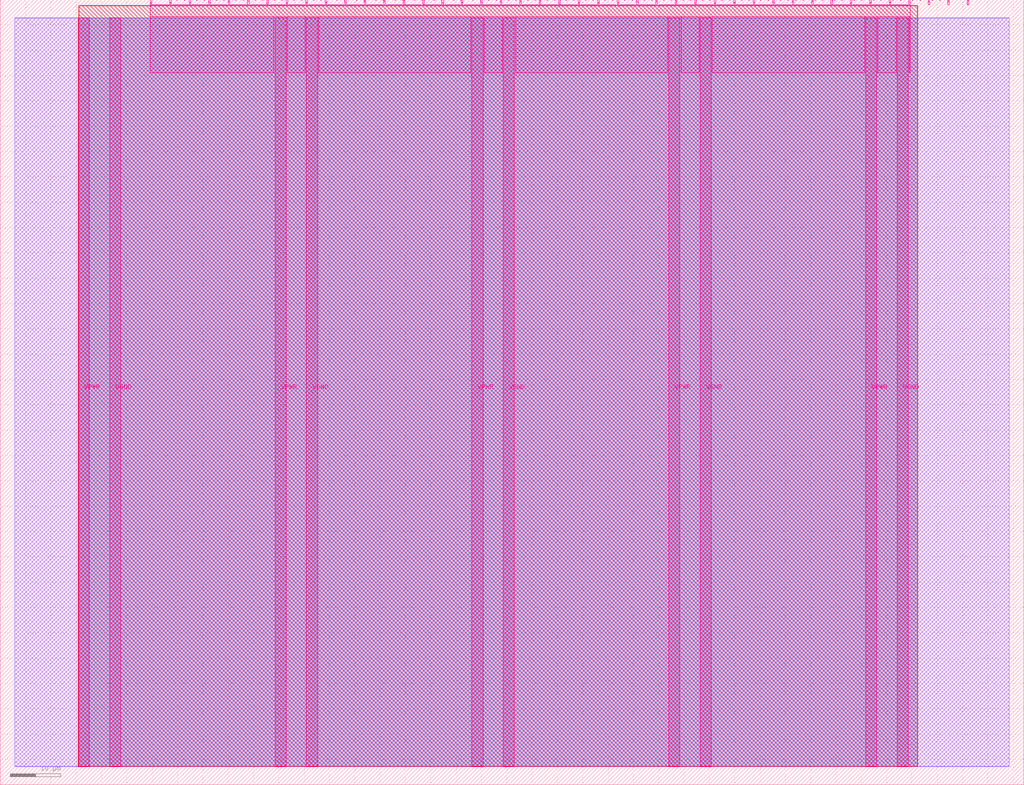
<source format=lef>
VERSION 5.7 ;
  NOWIREEXTENSIONATPIN ON ;
  DIVIDERCHAR "/" ;
  BUSBITCHARS "[]" ;
MACRO tt_um_xor_encryption
  CLASS BLOCK ;
  FOREIGN tt_um_xor_encryption ;
  ORIGIN 0.000 0.000 ;
  SIZE 202.080 BY 154.980 ;
  PIN VGND
    DIRECTION INOUT ;
    USE GROUND ;
    PORT
      LAYER Metal5 ;
        RECT 21.580 3.560 23.780 151.420 ;
    END
    PORT
      LAYER Metal5 ;
        RECT 60.450 3.560 62.650 151.420 ;
    END
    PORT
      LAYER Metal5 ;
        RECT 99.320 3.560 101.520 151.420 ;
    END
    PORT
      LAYER Metal5 ;
        RECT 138.190 3.560 140.390 151.420 ;
    END
    PORT
      LAYER Metal5 ;
        RECT 177.060 3.560 179.260 151.420 ;
    END
  END VGND
  PIN VPWR
    DIRECTION INOUT ;
    USE POWER ;
    PORT
      LAYER Metal5 ;
        RECT 15.380 3.560 17.580 151.420 ;
    END
    PORT
      LAYER Metal5 ;
        RECT 54.250 3.560 56.450 151.420 ;
    END
    PORT
      LAYER Metal5 ;
        RECT 93.120 3.560 95.320 151.420 ;
    END
    PORT
      LAYER Metal5 ;
        RECT 131.990 3.560 134.190 151.420 ;
    END
    PORT
      LAYER Metal5 ;
        RECT 170.860 3.560 173.060 151.420 ;
    END
  END VPWR
  PIN clk
    DIRECTION INPUT ;
    USE SIGNAL ;
    PORT
      LAYER Metal5 ;
        RECT 187.050 153.980 187.350 154.980 ;
    END
  END clk
  PIN ena
    DIRECTION INPUT ;
    USE SIGNAL ;
    PORT
      LAYER Metal5 ;
        RECT 190.890 153.980 191.190 154.980 ;
    END
  END ena
  PIN rst_n
    DIRECTION INPUT ;
    USE SIGNAL ;
    PORT
      LAYER Metal5 ;
        RECT 183.210 153.980 183.510 154.980 ;
    END
  END rst_n
  PIN ui_in[0]
    DIRECTION INPUT ;
    USE SIGNAL ;
    ANTENNAGATEAREA 0.180700 ;
    PORT
      LAYER Metal5 ;
        RECT 179.370 153.980 179.670 154.980 ;
    END
  END ui_in[0]
  PIN ui_in[1]
    DIRECTION INPUT ;
    USE SIGNAL ;
    ANTENNAGATEAREA 0.180700 ;
    PORT
      LAYER Metal5 ;
        RECT 175.530 153.980 175.830 154.980 ;
    END
  END ui_in[1]
  PIN ui_in[2]
    DIRECTION INPUT ;
    USE SIGNAL ;
    ANTENNAGATEAREA 0.180700 ;
    PORT
      LAYER Metal5 ;
        RECT 171.690 153.980 171.990 154.980 ;
    END
  END ui_in[2]
  PIN ui_in[3]
    DIRECTION INPUT ;
    USE SIGNAL ;
    ANTENNAGATEAREA 0.180700 ;
    PORT
      LAYER Metal5 ;
        RECT 167.850 153.980 168.150 154.980 ;
    END
  END ui_in[3]
  PIN ui_in[4]
    DIRECTION INPUT ;
    USE SIGNAL ;
    ANTENNAGATEAREA 0.180700 ;
    PORT
      LAYER Metal5 ;
        RECT 164.010 153.980 164.310 154.980 ;
    END
  END ui_in[4]
  PIN ui_in[5]
    DIRECTION INPUT ;
    USE SIGNAL ;
    ANTENNAGATEAREA 0.180700 ;
    PORT
      LAYER Metal5 ;
        RECT 160.170 153.980 160.470 154.980 ;
    END
  END ui_in[5]
  PIN ui_in[6]
    DIRECTION INPUT ;
    USE SIGNAL ;
    ANTENNAGATEAREA 0.180700 ;
    PORT
      LAYER Metal5 ;
        RECT 156.330 153.980 156.630 154.980 ;
    END
  END ui_in[6]
  PIN ui_in[7]
    DIRECTION INPUT ;
    USE SIGNAL ;
    ANTENNAGATEAREA 0.180700 ;
    PORT
      LAYER Metal5 ;
        RECT 152.490 153.980 152.790 154.980 ;
    END
  END ui_in[7]
  PIN uio_in[0]
    DIRECTION INPUT ;
    USE SIGNAL ;
    ANTENNAGATEAREA 0.180700 ;
    PORT
      LAYER Metal5 ;
        RECT 148.650 153.980 148.950 154.980 ;
    END
  END uio_in[0]
  PIN uio_in[1]
    DIRECTION INPUT ;
    USE SIGNAL ;
    ANTENNAGATEAREA 0.180700 ;
    PORT
      LAYER Metal5 ;
        RECT 144.810 153.980 145.110 154.980 ;
    END
  END uio_in[1]
  PIN uio_in[2]
    DIRECTION INPUT ;
    USE SIGNAL ;
    ANTENNAGATEAREA 0.180700 ;
    PORT
      LAYER Metal5 ;
        RECT 140.970 153.980 141.270 154.980 ;
    END
  END uio_in[2]
  PIN uio_in[3]
    DIRECTION INPUT ;
    USE SIGNAL ;
    ANTENNAGATEAREA 0.180700 ;
    PORT
      LAYER Metal5 ;
        RECT 137.130 153.980 137.430 154.980 ;
    END
  END uio_in[3]
  PIN uio_in[4]
    DIRECTION INPUT ;
    USE SIGNAL ;
    ANTENNAGATEAREA 0.180700 ;
    PORT
      LAYER Metal5 ;
        RECT 133.290 153.980 133.590 154.980 ;
    END
  END uio_in[4]
  PIN uio_in[5]
    DIRECTION INPUT ;
    USE SIGNAL ;
    ANTENNAGATEAREA 0.180700 ;
    PORT
      LAYER Metal5 ;
        RECT 129.450 153.980 129.750 154.980 ;
    END
  END uio_in[5]
  PIN uio_in[6]
    DIRECTION INPUT ;
    USE SIGNAL ;
    ANTENNAGATEAREA 0.180700 ;
    PORT
      LAYER Metal5 ;
        RECT 125.610 153.980 125.910 154.980 ;
    END
  END uio_in[6]
  PIN uio_in[7]
    DIRECTION INPUT ;
    USE SIGNAL ;
    ANTENNAGATEAREA 0.180700 ;
    PORT
      LAYER Metal5 ;
        RECT 121.770 153.980 122.070 154.980 ;
    END
  END uio_in[7]
  PIN uio_oe[0]
    DIRECTION OUTPUT ;
    USE SIGNAL ;
    ANTENNADIFFAREA 0.392700 ;
    PORT
      LAYER Metal5 ;
        RECT 56.490 153.980 56.790 154.980 ;
    END
  END uio_oe[0]
  PIN uio_oe[1]
    DIRECTION OUTPUT ;
    USE SIGNAL ;
    ANTENNADIFFAREA 0.392700 ;
    PORT
      LAYER Metal5 ;
        RECT 52.650 153.980 52.950 154.980 ;
    END
  END uio_oe[1]
  PIN uio_oe[2]
    DIRECTION OUTPUT ;
    USE SIGNAL ;
    ANTENNADIFFAREA 0.392700 ;
    PORT
      LAYER Metal5 ;
        RECT 48.810 153.980 49.110 154.980 ;
    END
  END uio_oe[2]
  PIN uio_oe[3]
    DIRECTION OUTPUT ;
    USE SIGNAL ;
    ANTENNADIFFAREA 0.392700 ;
    PORT
      LAYER Metal5 ;
        RECT 44.970 153.980 45.270 154.980 ;
    END
  END uio_oe[3]
  PIN uio_oe[4]
    DIRECTION OUTPUT ;
    USE SIGNAL ;
    ANTENNADIFFAREA 0.392700 ;
    PORT
      LAYER Metal5 ;
        RECT 41.130 153.980 41.430 154.980 ;
    END
  END uio_oe[4]
  PIN uio_oe[5]
    DIRECTION OUTPUT ;
    USE SIGNAL ;
    ANTENNADIFFAREA 0.392700 ;
    PORT
      LAYER Metal5 ;
        RECT 37.290 153.980 37.590 154.980 ;
    END
  END uio_oe[5]
  PIN uio_oe[6]
    DIRECTION OUTPUT ;
    USE SIGNAL ;
    ANTENNADIFFAREA 0.392700 ;
    PORT
      LAYER Metal5 ;
        RECT 33.450 153.980 33.750 154.980 ;
    END
  END uio_oe[6]
  PIN uio_oe[7]
    DIRECTION OUTPUT ;
    USE SIGNAL ;
    ANTENNADIFFAREA 0.392700 ;
    PORT
      LAYER Metal5 ;
        RECT 29.610 153.980 29.910 154.980 ;
    END
  END uio_oe[7]
  PIN uio_out[0]
    DIRECTION OUTPUT ;
    USE SIGNAL ;
    ANTENNADIFFAREA 0.654800 ;
    PORT
      LAYER Metal5 ;
        RECT 87.210 153.980 87.510 154.980 ;
    END
  END uio_out[0]
  PIN uio_out[1]
    DIRECTION OUTPUT ;
    USE SIGNAL ;
    ANTENNADIFFAREA 0.654800 ;
    PORT
      LAYER Metal5 ;
        RECT 83.370 153.980 83.670 154.980 ;
    END
  END uio_out[1]
  PIN uio_out[2]
    DIRECTION OUTPUT ;
    USE SIGNAL ;
    ANTENNADIFFAREA 0.654800 ;
    PORT
      LAYER Metal5 ;
        RECT 79.530 153.980 79.830 154.980 ;
    END
  END uio_out[2]
  PIN uio_out[3]
    DIRECTION OUTPUT ;
    USE SIGNAL ;
    ANTENNADIFFAREA 0.654800 ;
    PORT
      LAYER Metal5 ;
        RECT 75.690 153.980 75.990 154.980 ;
    END
  END uio_out[3]
  PIN uio_out[4]
    DIRECTION OUTPUT ;
    USE SIGNAL ;
    ANTENNADIFFAREA 0.654800 ;
    PORT
      LAYER Metal5 ;
        RECT 71.850 153.980 72.150 154.980 ;
    END
  END uio_out[4]
  PIN uio_out[5]
    DIRECTION OUTPUT ;
    USE SIGNAL ;
    ANTENNADIFFAREA 0.654800 ;
    PORT
      LAYER Metal5 ;
        RECT 68.010 153.980 68.310 154.980 ;
    END
  END uio_out[5]
  PIN uio_out[6]
    DIRECTION OUTPUT ;
    USE SIGNAL ;
    ANTENNADIFFAREA 0.654800 ;
    PORT
      LAYER Metal5 ;
        RECT 64.170 153.980 64.470 154.980 ;
    END
  END uio_out[6]
  PIN uio_out[7]
    DIRECTION OUTPUT ;
    USE SIGNAL ;
    ANTENNADIFFAREA 0.654800 ;
    PORT
      LAYER Metal5 ;
        RECT 60.330 153.980 60.630 154.980 ;
    END
  END uio_out[7]
  PIN uo_out[0]
    DIRECTION OUTPUT ;
    USE SIGNAL ;
    ANTENNADIFFAREA 0.706400 ;
    PORT
      LAYER Metal5 ;
        RECT 117.930 153.980 118.230 154.980 ;
    END
  END uo_out[0]
  PIN uo_out[1]
    DIRECTION OUTPUT ;
    USE SIGNAL ;
    ANTENNADIFFAREA 0.706400 ;
    PORT
      LAYER Metal5 ;
        RECT 114.090 153.980 114.390 154.980 ;
    END
  END uo_out[1]
  PIN uo_out[2]
    DIRECTION OUTPUT ;
    USE SIGNAL ;
    ANTENNADIFFAREA 0.706400 ;
    PORT
      LAYER Metal5 ;
        RECT 110.250 153.980 110.550 154.980 ;
    END
  END uo_out[2]
  PIN uo_out[3]
    DIRECTION OUTPUT ;
    USE SIGNAL ;
    ANTENNADIFFAREA 0.706400 ;
    PORT
      LAYER Metal5 ;
        RECT 106.410 153.980 106.710 154.980 ;
    END
  END uo_out[3]
  PIN uo_out[4]
    DIRECTION OUTPUT ;
    USE SIGNAL ;
    ANTENNADIFFAREA 0.706400 ;
    PORT
      LAYER Metal5 ;
        RECT 102.570 153.980 102.870 154.980 ;
    END
  END uo_out[4]
  PIN uo_out[5]
    DIRECTION OUTPUT ;
    USE SIGNAL ;
    ANTENNADIFFAREA 0.706400 ;
    PORT
      LAYER Metal5 ;
        RECT 98.730 153.980 99.030 154.980 ;
    END
  END uo_out[5]
  PIN uo_out[6]
    DIRECTION OUTPUT ;
    USE SIGNAL ;
    ANTENNADIFFAREA 0.706400 ;
    PORT
      LAYER Metal5 ;
        RECT 94.890 153.980 95.190 154.980 ;
    END
  END uo_out[6]
  PIN uo_out[7]
    DIRECTION OUTPUT ;
    USE SIGNAL ;
    ANTENNADIFFAREA 0.706400 ;
    PORT
      LAYER Metal5 ;
        RECT 91.050 153.980 91.350 154.980 ;
    END
  END uo_out[7]
  OBS
      LAYER GatPoly ;
        RECT 2.880 3.630 199.200 151.350 ;
      LAYER Metal1 ;
        RECT 2.880 3.560 199.200 151.420 ;
      LAYER Metal2 ;
        RECT 15.515 3.680 181.105 151.300 ;
      LAYER Metal3 ;
        RECT 15.560 3.635 181.060 153.865 ;
      LAYER Metal4 ;
        RECT 15.515 3.680 181.105 153.820 ;
      LAYER Metal5 ;
        RECT 30.120 153.770 33.240 153.980 ;
        RECT 33.960 153.770 37.080 153.980 ;
        RECT 37.800 153.770 40.920 153.980 ;
        RECT 41.640 153.770 44.760 153.980 ;
        RECT 45.480 153.770 48.600 153.980 ;
        RECT 49.320 153.770 52.440 153.980 ;
        RECT 53.160 153.770 56.280 153.980 ;
        RECT 57.000 153.770 60.120 153.980 ;
        RECT 60.840 153.770 63.960 153.980 ;
        RECT 64.680 153.770 67.800 153.980 ;
        RECT 68.520 153.770 71.640 153.980 ;
        RECT 72.360 153.770 75.480 153.980 ;
        RECT 76.200 153.770 79.320 153.980 ;
        RECT 80.040 153.770 83.160 153.980 ;
        RECT 83.880 153.770 87.000 153.980 ;
        RECT 87.720 153.770 90.840 153.980 ;
        RECT 91.560 153.770 94.680 153.980 ;
        RECT 95.400 153.770 98.520 153.980 ;
        RECT 99.240 153.770 102.360 153.980 ;
        RECT 103.080 153.770 106.200 153.980 ;
        RECT 106.920 153.770 110.040 153.980 ;
        RECT 110.760 153.770 113.880 153.980 ;
        RECT 114.600 153.770 117.720 153.980 ;
        RECT 118.440 153.770 121.560 153.980 ;
        RECT 122.280 153.770 125.400 153.980 ;
        RECT 126.120 153.770 129.240 153.980 ;
        RECT 129.960 153.770 133.080 153.980 ;
        RECT 133.800 153.770 136.920 153.980 ;
        RECT 137.640 153.770 140.760 153.980 ;
        RECT 141.480 153.770 144.600 153.980 ;
        RECT 145.320 153.770 148.440 153.980 ;
        RECT 149.160 153.770 152.280 153.980 ;
        RECT 153.000 153.770 156.120 153.980 ;
        RECT 156.840 153.770 159.960 153.980 ;
        RECT 160.680 153.770 163.800 153.980 ;
        RECT 164.520 153.770 167.640 153.980 ;
        RECT 168.360 153.770 171.480 153.980 ;
        RECT 172.200 153.770 175.320 153.980 ;
        RECT 176.040 153.770 179.160 153.980 ;
        RECT 29.660 151.630 179.620 153.770 ;
        RECT 29.660 140.555 54.040 151.630 ;
        RECT 56.660 140.555 60.240 151.630 ;
        RECT 62.860 140.555 92.910 151.630 ;
        RECT 95.530 140.555 99.110 151.630 ;
        RECT 101.730 140.555 131.780 151.630 ;
        RECT 134.400 140.555 137.980 151.630 ;
        RECT 140.600 140.555 170.650 151.630 ;
        RECT 173.270 140.555 176.850 151.630 ;
        RECT 179.470 140.555 179.620 151.630 ;
  END
END tt_um_xor_encryption
END LIBRARY


</source>
